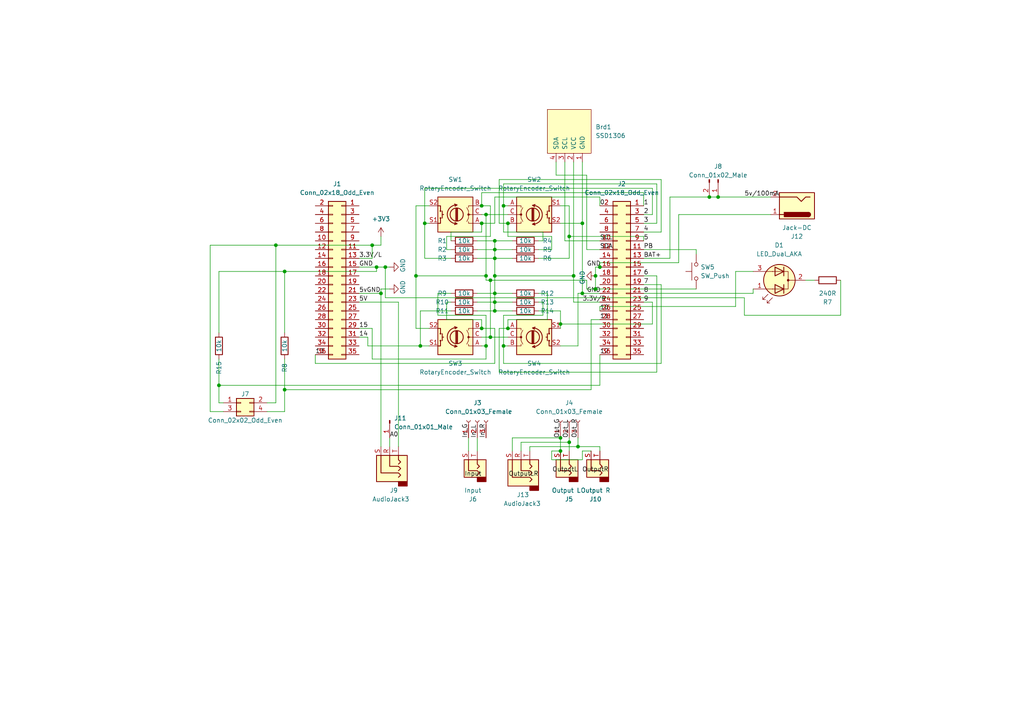
<source format=kicad_sch>
(kicad_sch (version 20211123) (generator eeschema)
  (paper "A4")
  (lib_symbols
    (symbol "Connector:AudioJack2"
      (property "Reference" "J" (at 0 8.89 0))
      (property "Value" "AudioJack2" (at 0 6.35 0))
      (symbol "AudioJack2_0_1"
        (rectangle (start -3.81 0) (end -2.54 -2.54) (stroke (width 0.254)) (fill (type outline)))
        (rectangle (start -2.54 3.81) (end 2.54 -2.54) (stroke (width 0.254)) (fill (type background)))
        (polyline (pts (xy 0 0) (xy 0.635 -0.635) (xy 1.27 0) (xy 2.54 0)) (stroke (width 0.254)))
        (polyline (pts (xy 2.54 2.54) (xy -0.635 2.54) (xy -0.635 0) (xy -1.27 -0.635) (xy -1.905 0)) (stroke (width 0.254)))
      )
      (symbol "AudioJack2_1_1"
        (pin passive line (at 5.08 2.54 180) (length 2.54) (name "~") (number "S"))
        (pin passive line (at 5.08 0 180) (length 2.54) (name "~") (number "T"))
      )
    )
    (symbol "Connector:AudioJack3"
      (property "Reference" "J" (at 0 8.89 0))
      (property "Value" "AudioJack3" (at 0 6.35 0))
      (symbol "AudioJack3_0_1"
        (rectangle (start -5.08 -5.08) (end -6.35 -2.54) (stroke (width 0.254)) (fill (type outline)))
        (polyline (pts (xy 0 -2.54) (xy 0.635 -3.175) (xy 1.27 -2.54) (xy 2.54 -2.54)) (stroke (width 0.254)))
        (polyline (pts (xy -1.905 -2.54) (xy -1.27 -3.175) (xy -0.635 -2.54) (xy -0.635 0) (xy 2.54 0)) (stroke (width 0.254)))
        (polyline (pts (xy 2.54 2.54) (xy -2.54 2.54) (xy -2.54 -2.54) (xy -3.175 -3.175) (xy -3.81 -2.54)) (stroke (width 0.254)))
        (rectangle (start 2.54 3.81) (end -5.08 -5.08) (stroke (width 0.254)) (fill (type background)))
      )
      (symbol "AudioJack3_1_1"
        (pin passive line (at 5.08 0 180) (length 2.54) (name "~") (number "R"))
        (pin passive line (at 5.08 2.54 180) (length 2.54) (name "~") (number "S"))
        (pin passive line (at 5.08 -2.54 180) (length 2.54) (name "~") (number "T"))
      )
    )
    (symbol "Connector:Conn_01x01_Male" (pin_names (offset 1.016) hide)
      (property "Reference" "J" (at 0 2.54 0))
      (property "Value" "Conn_01x01_Male" (at 0 -2.54 0))
      (symbol "Conn_01x01_Male_1_1"
        (polyline (pts (xy 1.27 0) (xy 0.8636 0)) (stroke (width 0.1524)))
        (rectangle (start 0.8636 0.127) (end 0 -0.127) (stroke (width 0.1524)) (fill (type outline)))
        (pin passive line (at 5.08 0 180) (length 3.81) (name "Pin_1") (number "1"))
      )
    )
    (symbol "Connector:Conn_01x02_Male" (pin_names (offset 1.016) hide)
      (property "Reference" "J" (at 0 2.54 0))
      (property "Value" "Conn_01x02_Male" (at 0 -5.08 0))
      (symbol "Conn_01x02_Male_1_1"
        (polyline (pts (xy 1.27 -2.54) (xy 0.8636 -2.54)) (stroke (width 0.1524)))
        (polyline (pts (xy 1.27 0) (xy 0.8636 0)) (stroke (width 0.1524)))
        (rectangle (start 0.8636 -2.413) (end 0 -2.667) (stroke (width 0.1524)) (fill (type outline)))
        (rectangle (start 0.8636 0.127) (end 0 -0.127) (stroke (width 0.1524)) (fill (type outline)))
        (pin passive line (at 5.08 0 180) (length 3.81) (name "Pin_1") (number "1"))
        (pin passive line (at 5.08 -2.54 180) (length 3.81) (name "Pin_2") (number "2"))
      )
    )
    (symbol "Connector:Conn_01x03_Female" (pin_names (offset 1.016) hide)
      (property "Reference" "J" (at 0 5.08 0))
      (property "Value" "Conn_01x03_Female" (at 0 -5.08 0))
      (symbol "Conn_01x03_Female_1_1"
        (arc (start 0 -2.032) (mid -0.508 -2.54) (end 0 -3.048) (stroke (width 0.1524)))
        (polyline (pts (xy -1.27 -2.54) (xy -0.508 -2.54)) (stroke (width 0.1524)))
        (polyline (pts (xy -1.27 0) (xy -0.508 0)) (stroke (width 0.1524)))
        (polyline (pts (xy -1.27 2.54) (xy -0.508 2.54)) (stroke (width 0.1524)))
        (arc (start 0 0.508) (mid -0.508 0) (end 0 -0.508) (stroke (width 0.1524)))
        (arc (start 0 3.048) (mid -0.508 2.54) (end 0 2.032) (stroke (width 0.1524)))
        (pin passive line (at -5.08 2.54 0) (length 3.81) (name "Pin_1") (number "1"))
        (pin passive line (at -5.08 0 0) (length 3.81) (name "Pin_2") (number "2"))
        (pin passive line (at -5.08 -2.54 0) (length 3.81) (name "Pin_3") (number "3"))
      )
    )
    (symbol "Connector:Jack-DC" (pin_names (offset 1.016))
      (property "Reference" "J" (at 0 5.334 0))
      (property "Value" "Jack-DC" (at 0 -5.08 0))
      (symbol "Jack-DC_0_1"
        (rectangle (start -5.08 3.81) (end 5.08 -3.81) (stroke (width 0.254)) (fill (type background)))
        (arc (start -3.302 3.175) (mid -3.937 2.54) (end -3.302 1.905) (stroke (width 0.254)))
        (arc (start -3.302 3.175) (mid -3.937 2.54) (end -3.302 1.905) (stroke (width 0.254)) (fill (type outline)))
        (polyline (pts (xy 5.08 2.54) (xy 3.81 2.54)) (stroke (width 0.254)))
        (polyline (pts (xy -3.81 -2.54) (xy -2.54 -2.54) (xy -1.27 -1.27) (xy 0 -2.54) (xy 2.54 -2.54) (xy 5.08 -2.54)) (stroke (width 0.254)))
        (rectangle (start 3.683 3.175) (end -3.302 1.905) (stroke (width 0.254)) (fill (type outline)))
      )
      (symbol "Jack-DC_1_1"
        (pin passive line (at 7.62 2.54 180) (length 2.54) (name "~") (number "1"))
        (pin passive line (at 7.62 -2.54 180) (length 2.54) (name "~") (number "2"))
      )
    )
    (symbol "Connector_Generic:Conn_02x02_Odd_Even" (pin_names (offset 1.016) hide)
      (property "Reference" "J" (at 1.27 2.54 0))
      (property "Value" "Conn_02x02_Odd_Even" (at 1.27 -5.08 0))
      (symbol "Conn_02x02_Odd_Even_1_1"
        (rectangle (start -1.27 -2.413) (end 0 -2.667) (stroke (width 0.1524)))
        (rectangle (start -1.27 0.127) (end 0 -0.127) (stroke (width 0.1524)))
        (rectangle (start -1.27 1.27) (end 3.81 -3.81) (stroke (width 0.254)) (fill (type background)))
        (rectangle (start 3.81 -2.413) (end 2.54 -2.667) (stroke (width 0.1524)))
        (rectangle (start 3.81 0.127) (end 2.54 -0.127) (stroke (width 0.1524)))
        (pin passive line (at -5.08 0 0) (length 3.81) (name "Pin_1") (number "1"))
        (pin passive line (at 7.62 0 180) (length 3.81) (name "Pin_2") (number "2"))
        (pin passive line (at -5.08 -2.54 0) (length 3.81) (name "Pin_3") (number "3"))
        (pin passive line (at 7.62 -2.54 180) (length 3.81) (name "Pin_4") (number "4"))
      )
    )
    (symbol "Connector_Generic:Conn_02x18_Odd_Even" (pin_names (offset 1.016) hide)
      (property "Reference" "J" (at 1.27 22.86 0))
      (property "Value" "Conn_02x18_Odd_Even" (at 1.27 -25.4 0))
      (symbol "Conn_02x18_Odd_Even_1_1"
        (rectangle (start -1.27 -22.733) (end 0 -22.987) (stroke (width 0.1524)))
        (rectangle (start -1.27 -20.193) (end 0 -20.447) (stroke (width 0.1524)))
        (rectangle (start -1.27 -17.653) (end 0 -17.907) (stroke (width 0.1524)))
        (rectangle (start -1.27 -15.113) (end 0 -15.367) (stroke (width 0.1524)))
        (rectangle (start -1.27 -12.573) (end 0 -12.827) (stroke (width 0.1524)))
        (rectangle (start -1.27 -10.033) (end 0 -10.287) (stroke (width 0.1524)))
        (rectangle (start -1.27 -7.493) (end 0 -7.747) (stroke (width 0.1524)))
        (rectangle (start -1.27 -4.953) (end 0 -5.207) (stroke (width 0.1524)))
        (rectangle (start -1.27 -2.413) (end 0 -2.667) (stroke (width 0.1524)))
        (rectangle (start -1.27 0.127) (end 0 -0.127) (stroke (width 0.1524)))
        (rectangle (start -1.27 2.667) (end 0 2.413) (stroke (width 0.1524)))
        (rectangle (start -1.27 5.207) (end 0 4.953) (stroke (width 0.1524)))
        (rectangle (start -1.27 7.747) (end 0 7.493) (stroke (width 0.1524)))
        (rectangle (start -1.27 10.287) (end 0 10.033) (stroke (width 0.1524)))
        (rectangle (start -1.27 12.827) (end 0 12.573) (stroke (width 0.1524)))
        (rectangle (start -1.27 15.367) (end 0 15.113) (stroke (width 0.1524)))
        (rectangle (start -1.27 17.907) (end 0 17.653) (stroke (width 0.1524)))
        (rectangle (start -1.27 20.447) (end 0 20.193) (stroke (width 0.1524)))
        (rectangle (start -1.27 21.59) (end 3.81 -24.13) (stroke (width 0.254)) (fill (type background)))
        (rectangle (start 3.81 -22.733) (end 2.54 -22.987) (stroke (width 0.1524)))
        (rectangle (start 3.81 -20.193) (end 2.54 -20.447) (stroke (width 0.1524)))
        (rectangle (start 3.81 -17.653) (end 2.54 -17.907) (stroke (width 0.1524)))
        (rectangle (start 3.81 -15.113) (end 2.54 -15.367) (stroke (width 0.1524)))
        (rectangle (start 3.81 -12.573) (end 2.54 -12.827) (stroke (width 0.1524)))
        (rectangle (start 3.81 -10.033) (end 2.54 -10.287) (stroke (width 0.1524)))
        (rectangle (start 3.81 -7.493) (end 2.54 -7.747) (stroke (width 0.1524)))
        (rectangle (start 3.81 -4.953) (end 2.54 -5.207) (stroke (width 0.1524)))
        (rectangle (start 3.81 -2.413) (end 2.54 -2.667) (stroke (width 0.1524)))
        (rectangle (start 3.81 0.127) (end 2.54 -0.127) (stroke (width 0.1524)))
        (rectangle (start 3.81 2.667) (end 2.54 2.413) (stroke (width 0.1524)))
        (rectangle (start 3.81 5.207) (end 2.54 4.953) (stroke (width 0.1524)))
        (rectangle (start 3.81 7.747) (end 2.54 7.493) (stroke (width 0.1524)))
        (rectangle (start 3.81 10.287) (end 2.54 10.033) (stroke (width 0.1524)))
        (rectangle (start 3.81 12.827) (end 2.54 12.573) (stroke (width 0.1524)))
        (rectangle (start 3.81 15.367) (end 2.54 15.113) (stroke (width 0.1524)))
        (rectangle (start 3.81 17.907) (end 2.54 17.653) (stroke (width 0.1524)))
        (rectangle (start 3.81 20.447) (end 2.54 20.193) (stroke (width 0.1524)))
        (pin passive line (at -5.08 20.32 0) (length 3.81) (name "Pin_1") (number "1"))
        (pin passive line (at 7.62 10.16 180) (length 3.81) (name "Pin_10") (number "10"))
        (pin passive line (at -5.08 7.62 0) (length 3.81) (name "Pin_11") (number "11"))
        (pin passive line (at 7.62 7.62 180) (length 3.81) (name "Pin_12") (number "12"))
        (pin passive line (at -5.08 5.08 0) (length 3.81) (name "Pin_13") (number "13"))
        (pin passive line (at 7.62 5.08 180) (length 3.81) (name "Pin_14") (number "14"))
        (pin passive line (at -5.08 2.54 0) (length 3.81) (name "Pin_15") (number "15"))
        (pin passive line (at 7.62 2.54 180) (length 3.81) (name "Pin_16") (number "16"))
        (pin passive line (at -5.08 0 0) (length 3.81) (name "Pin_17") (number "17"))
        (pin passive line (at 7.62 0 180) (length 3.81) (name "Pin_18") (number "18"))
        (pin passive line (at -5.08 -2.54 0) (length 3.81) (name "Pin_19") (number "19"))
        (pin passive line (at 7.62 20.32 180) (length 3.81) (name "Pin_2") (number "2"))
        (pin passive line (at 7.62 -2.54 180) (length 3.81) (name "Pin_20") (number "20"))
        (pin passive line (at -5.08 -5.08 0) (length 3.81) (name "Pin_21") (number "21"))
        (pin passive line (at 7.62 -5.08 180) (length 3.81) (name "Pin_22") (number "22"))
        (pin passive line (at -5.08 -7.62 0) (length 3.81) (name "Pin_23") (number "23"))
        (pin passive line (at 7.62 -7.62 180) (length 3.81) (name "Pin_24") (number "24"))
        (pin passive line (at -5.08 -10.16 0) (length 3.81) (name "Pin_25") (number "25"))
        (pin passive line (at 7.62 -10.16 180) (length 3.81) (name "Pin_26") (number "26"))
        (pin passive line (at -5.08 -12.7 0) (length 3.81) (name "Pin_27") (number "27"))
        (pin passive line (at 7.62 -12.7 180) (length 3.81) (name "Pin_28") (number "28"))
        (pin passive line (at -5.08 -15.24 0) (length 3.81) (name "Pin_29") (number "29"))
        (pin passive line (at -5.08 17.78 0) (length 3.81) (name "Pin_3") (number "3"))
        (pin passive line (at 7.62 -15.24 180) (length 3.81) (name "Pin_30") (number "30"))
        (pin passive line (at -5.08 -17.78 0) (length 3.81) (name "Pin_31") (number "31"))
        (pin passive line (at 7.62 -17.78 180) (length 3.81) (name "Pin_32") (number "32"))
        (pin passive line (at -5.08 -20.32 0) (length 3.81) (name "Pin_33") (number "33"))
        (pin passive line (at 7.62 -20.32 180) (length 3.81) (name "Pin_34") (number "34"))
        (pin passive line (at -5.08 -22.86 0) (length 3.81) (name "Pin_35") (number "35"))
        (pin passive line (at 7.62 -22.86 180) (length 3.81) (name "Pin_36") (number "36"))
        (pin passive line (at 7.62 17.78 180) (length 3.81) (name "Pin_4") (number "4"))
        (pin passive line (at -5.08 15.24 0) (length 3.81) (name "Pin_5") (number "5"))
        (pin passive line (at 7.62 15.24 180) (length 3.81) (name "Pin_6") (number "6"))
        (pin passive line (at -5.08 12.7 0) (length 3.81) (name "Pin_7") (number "7"))
        (pin passive line (at 7.62 12.7 180) (length 3.81) (name "Pin_8") (number "8"))
        (pin passive line (at -5.08 10.16 0) (length 3.81) (name "Pin_9") (number "9"))
      )
    )
    (symbol "Device:LED_Dual_AKA" (pin_names (offset 0) hide)
      (property "Reference" "D" (at 0 5.715 0))
      (property "Value" "LED_Dual_AKA" (at 0 -6.35 0))
      (symbol "LED_Dual_AKA_0_1"
        (circle (center -2.54 0) (radius 0.2794) (fill (type outline)))
        (polyline (pts (xy -4.572 0) (xy -2.54 0)))
        (polyline (pts (xy -1.27 -1.27) (xy -1.27 -3.81)) (stroke (width 0.254)))
        (polyline (pts (xy -1.27 1.27) (xy -1.27 3.81)) (stroke (width 0.254)))
        (polyline (pts (xy 3.81 -2.54) (xy 1.905 -2.54)))
        (polyline (pts (xy 3.81 2.54) (xy 1.905 2.54)))
        (polyline (pts (xy 1.27 -3.81) (xy 1.27 -1.27) (xy -1.27 -2.54) (xy 1.27 -3.81)) (stroke (width 0.254)))
        (polyline (pts (xy 1.27 1.27) (xy 1.27 3.81) (xy -1.27 2.54) (xy 1.27 1.27)) (stroke (width 0.254)))
        (polyline (pts (xy 2.032 2.54) (xy -2.54 2.54) (xy -2.54 -2.54) (xy 2.032 -2.54)))
        (polyline (pts (xy 2.032 5.08) (xy 3.556 6.604) (xy 2.794 6.604) (xy 3.556 6.604) (xy 3.556 5.842)))
        (polyline (pts (xy 3.302 4.064) (xy 4.826 5.588) (xy 4.064 5.588) (xy 4.826 5.588) (xy 4.826 4.826)))
        (circle (center 0 0) (radius 4.572) (stroke (width 0.254)) (fill (type background)))
      )
      (symbol "LED_Dual_AKA_1_1"
        (pin input line (at 7.62 2.54 180) (length 3.81) (name "A1") (number "1"))
        (pin input line (at -7.62 0 0) (length 3.048) (name "K") (number "2"))
        (pin input line (at 7.62 -2.54 180) (length 3.81) (name "A2") (number "3"))
      )
    )
    (symbol "Device:R" (pin_numbers hide) (pin_names (offset 0))
      (property "Reference" "R" (at 2.032 0 90))
      (property "Value" "R" (at 0 0 90))
      (symbol "R_0_1"
        (rectangle (start -1.016 -2.54) (end 1.016 2.54) (stroke (width 0.254)))
      )
      (symbol "R_1_1"
        (pin passive line (at 0 3.81 270) (length 1.27) (name "~") (number "1"))
        (pin passive line (at 0 -3.81 90) (length 1.27) (name "~") (number "2"))
      )
    )
    (symbol "Device:RotaryEncoder_Switch" (pin_names (offset 0.254) hide)
      (property "Reference" "SW" (at 0 6.604 0))
      (property "Value" "RotaryEncoder_Switch" (at 0 -6.604 0))
      (symbol "RotaryEncoder_Switch_0_1"
        (rectangle (start -5.08 5.08) (end 5.08 -5.08) (stroke (width 0.254)) (fill (type background)))
        (circle (center -3.81 0) (radius 0.254) (fill (type outline)))
        (arc (start -0.381 -2.794) (mid 2.3622 -0.0508) (end -0.381 2.667) (stroke (width 0.254)))
        (circle (center -0.381 0) (radius 1.905) (stroke (width 0.254)))
        (polyline (pts (xy -0.635 -1.778) (xy -0.635 1.778)) (stroke (width 0.254)))
        (polyline (pts (xy -0.381 -1.778) (xy -0.381 1.778)) (stroke (width 0.254)))
        (polyline (pts (xy -0.127 1.778) (xy -0.127 -1.778)) (stroke (width 0.254)))
        (polyline (pts (xy 3.81 0) (xy 3.429 0)) (stroke (width 0.254)))
        (polyline (pts (xy 3.81 1.016) (xy 3.81 -1.016)) (stroke (width 0.254)))
        (polyline (pts (xy -5.08 -2.54) (xy -3.81 -2.54) (xy -3.81 -2.032)))
        (polyline (pts (xy -5.08 2.54) (xy -3.81 2.54) (xy -3.81 2.032)))
        (polyline (pts (xy 0.254 -3.048) (xy -0.508 -2.794) (xy 0.127 -2.413)) (stroke (width 0.254)))
        (polyline (pts (xy 0.254 2.921) (xy -0.508 2.667) (xy 0.127 2.286)) (stroke (width 0.254)))
        (polyline (pts (xy 5.08 -2.54) (xy 4.318 -2.54) (xy 4.318 -1.016)) (stroke (width 0.254)))
        (polyline (pts (xy 5.08 2.54) (xy 4.318 2.54) (xy 4.318 1.016)) (stroke (width 0.254)))
        (polyline (pts (xy -5.08 0) (xy -3.81 0) (xy -3.81 -1.016) (xy -3.302 -2.032)))
        (polyline (pts (xy -4.318 0) (xy -3.81 0) (xy -3.81 1.016) (xy -3.302 2.032)))
        (circle (center 4.318 -1.016) (radius 0.127) (stroke (width 0.254)))
        (circle (center 4.318 1.016) (radius 0.127) (stroke (width 0.254)))
      )
      (symbol "RotaryEncoder_Switch_1_1"
        (pin passive line (at -7.62 2.54 0) (length 2.54) (name "A") (number "A"))
        (pin passive line (at -7.62 -2.54 0) (length 2.54) (name "B") (number "B"))
        (pin passive line (at -7.62 0 0) (length 2.54) (name "C") (number "C"))
        (pin passive line (at 7.62 2.54 180) (length 2.54) (name "S1") (number "S1"))
        (pin passive line (at 7.62 -2.54 180) (length 2.54) (name "S2") (number "S2"))
      )
    )
    (symbol "SSD1306-128x64_OLED:SSD1306" (pin_names (offset 1.016))
      (property "Reference" "Brd" (at 0 -3.81 0))
      (property "Value" "SSD1306" (at 0 -1.27 0))
      (symbol "SSD1306_0_1"
        (rectangle (start -6.35 6.35) (end 6.35 -6.35) (fill (type background)))
      )
      (symbol "SSD1306_1_1"
        (pin input line (at -3.81 8.89 270) (length 2.54) (name "GND") (number "1"))
        (pin input line (at -1.27 8.89 270) (length 2.54) (name "VCC") (number "2"))
        (pin input line (at 1.27 8.89 270) (length 2.54) (name "SCL") (number "3"))
        (pin input line (at 3.81 8.89 270) (length 2.54) (name "SDA") (number "4"))
      )
    )
    (symbol "Switch:SW_Push" (pin_numbers hide) (pin_names (offset 1.016) hide)
      (property "Reference" "SW" (at 1.27 2.54 0))
      (property "Value" "SW_Push" (at 0 -1.524 0))
      (symbol "SW_Push_0_1"
        (circle (center -2.032 0) (radius 0.508))
        (polyline (pts (xy 0 1.27) (xy 0 3.048)))
        (polyline (pts (xy 2.54 1.27) (xy -2.54 1.27)))
        (circle (center 2.032 0) (radius 0.508))
        (pin passive line (at -5.08 0 0) (length 2.54) (name "1") (number "1"))
        (pin passive line (at 5.08 0 180) (length 2.54) (name "2") (number "2"))
      )
    )
    (symbol "power:+3.3V" (power) (pin_names (offset 0))
      (property "Value" "+3.3V" (at 0 3.556 0))
      (symbol "+3.3V_0_1"
        (polyline (pts (xy -0.762 1.27) (xy 0 2.54)))
        (polyline (pts (xy 0 0) (xy 0 2.54)))
        (polyline (pts (xy 0 2.54) (xy 0.762 1.27)))
      )
      (symbol "+3.3V_1_1"
        (pin power_in line (at 0 0 90) (length 0) hide (name "+3V3") (number "1"))
      )
    )
    (symbol "power:GND" (power) (pin_names (offset 0))
      (property "Value" "GND" (at 0 -3.81 0))
      (symbol "GND_0_1"
        (polyline (pts (xy 0 0) (xy 0 -1.27) (xy 1.27 -1.27) (xy 0 -2.54) (xy -1.27 -1.27) (xy 0 -1.27)))
      )
      (symbol "GND_1_1"
        (pin power_in line (at 0 0 270) (length 0) hide (name "GND") (number "1"))
      )
    )
  )
  (junction (at 140.97 100.33))
  (junction (at 143.51 90.17))
  (junction (at 123.19 64.77))
  (junction (at 173.99 77.47))
  (junction (at 208.28 57.15))
  (junction (at 139.7 95.25))
  (junction (at 143.51 74.93))
  (junction (at 146.05 59.69))
  (junction (at 168.91 85.09))
  (junction (at 143.51 85.09))
  (junction (at 120.65 80.01))
  (junction (at 121.92 100.33))
  (junction (at 143.51 69.85))
  (junction (at 139.7 64.77))
  (junction (at 143.51 87.63))
  (junction (at 147.32 64.77))
  (junction (at 143.51 80.01))
  (junction (at 162.56 93.98))
  (junction (at 109.22 77.47))
  (junction (at 167.64 129.54))
  (junction (at 146.05 100.33))
  (junction (at 139.7 59.69))
  (junction (at 162.56 127))
  (junction (at 111.76 77.47))
  (junction (at 143.51 72.39))
  (junction (at 82.55 113.03))
  (junction (at 140.97 62.23))
  (junction (at 162.56 130.81))
  (junction (at 168.91 64.77))
  (junction (at 166.37 80.01))
  (junction (at 110.49 85.09))
  (junction (at 205.74 57.15))
  (junction (at 172.72 83.82))
  (junction (at 63.5 111.76))
  (junction (at 107.95 71.12))
  (junction (at 142.24 97.79))
  (junction (at 142.24 81.28))
  (junction (at 147.32 95.25))
  (junction (at 140.97 80.01))
  (junction (at 80.01 71.12))
  (junction (at 165.1 68.58))
  (junction (at 165.1 128.27))
  (junction (at 82.55 78.74))
  (junction (at 172.72 80.01))
  (wire (pts (xy 139.7 59.69) (xy 142.24 59.69)))
  (wire (pts (xy 60.96 71.12) (xy 60.96 119.38)))
  (wire (pts (xy 120.65 80.01) (xy 140.97 80.01)))
  (wire (pts (xy 158.75 85.09) (xy 156.21 85.09)))
  (wire (pts (xy 147.32 92.71) (xy 158.75 92.71)))
  (wire (pts (xy 173.99 111.76) (xy 173.99 102.87)))
  (wire (pts (xy 146.05 59.69) (xy 146.05 53.34)))
  (wire (pts (xy 139.7 97.79) (xy 142.24 97.79)))
  (wire (pts (xy 165.1 128.27) (xy 165.1 130.81)))
  (wire (pts (xy 139.7 59.69) (xy 139.7 55.88)))
  (wire (pts (xy 147.32 95.25) (xy 144.78 95.25)))
  (wire (pts (xy 215.9 91.44) (xy 243.84 91.44)))
  (wire (pts (xy 138.43 90.17) (xy 143.51 90.17)))
  (wire (pts (xy 139.7 95.25) (xy 139.7 92.71)))
  (wire (pts (xy 146.05 53.34) (xy 190.5 53.34)))
  (wire (pts (xy 107.95 74.93) (xy 104.14 74.93)))
  (wire (pts (xy 233.68 81.28) (xy 236.22 81.28)))
  (wire (pts (xy 173.99 88.9) (xy 213.36 88.9)))
  (wire (pts (xy 143.51 95.25) (xy 143.51 105.41)))
  (wire (pts (xy 146.05 91.44) (xy 146.05 100.33)))
  (wire (pts (xy 80.01 71.12) (xy 107.95 71.12)))
  (wire (pts (xy 135.89 127) (xy 135.89 130.81)))
  (wire (pts (xy 144.78 52.07) (xy 191.77 52.07)))
  (wire (pts (xy 151.13 128.27) (xy 165.1 128.27)))
  (wire (pts (xy 104.14 87.63) (xy 115.57 87.63)))
  (wire (pts (xy 140.97 100.33) (xy 140.97 104.14)))
  (wire (pts (xy 201.93 73.66) (xy 201.93 72.39)))
  (wire (pts (xy 158.75 92.71) (xy 158.75 85.09)))
  (wire (pts (xy 148.59 130.81) (xy 148.59 127)))
  (wire (pts (xy 143.51 85.09) (xy 143.51 87.63)))
  (wire (pts (xy 113.03 83.82) (xy 110.49 83.82)))
  (wire (pts (xy 109.22 78.74) (xy 109.22 77.47)))
  (wire (pts (xy 127 85.09) (xy 130.81 85.09)))
  (wire (pts (xy 143.51 90.17) (xy 148.59 90.17)))
  (wire (pts (xy 157.48 67.31) (xy 157.48 69.85)))
  (wire (pts (xy 143.51 74.93) (xy 148.59 74.93)))
  (wire (pts (xy 208.28 57.15) (xy 223.52 57.15)))
  (wire (pts (xy 173.99 76.2) (xy 173.99 77.47)))
  (wire (pts (xy 60.96 119.38) (xy 64.77 119.38)))
  (wire (pts (xy 162.56 95.25) (xy 162.56 93.98)))
  (wire (pts (xy 140.97 104.14) (xy 107.95 104.14)))
  (wire (pts (xy 139.7 64.77) (xy 143.51 64.77)))
  (wire (pts (xy 144.78 95.25) (xy 144.78 107.95)))
  (wire (pts (xy 106.68 97.79) (xy 104.14 97.79)))
  (wire (pts (xy 138.43 69.85) (xy 143.51 69.85)))
  (wire (pts (xy 168.91 64.77) (xy 168.91 85.09)))
  (wire (pts (xy 186.69 55.88) (xy 186.69 59.69)))
  (wire (pts (xy 194.31 57.15) (xy 205.74 57.15)))
  (wire (pts (xy 168.91 133.35) (xy 160.02 133.35)))
  (wire (pts (xy 129.54 92.71) (xy 129.54 87.63)))
  (wire (pts (xy 172.72 77.47) (xy 172.72 80.01)))
  (wire (pts (xy 123.19 64.77) (xy 124.46 64.77)))
  (wire (pts (xy 194.31 74.93) (xy 194.31 57.15)))
  (wire (pts (xy 146.05 100.33) (xy 146.05 105.41)))
  (wire (pts (xy 189.23 93.98) (xy 189.23 87.63)))
  (wire (pts (xy 143.51 72.39) (xy 143.51 74.93)))
  (wire (pts (xy 167.64 100.33) (xy 167.64 85.09)))
  (wire (pts (xy 168.91 46.99) (xy 168.91 64.77)))
  (wire (pts (xy 139.7 92.71) (xy 129.54 92.71)))
  (wire (pts (xy 160.02 68.58) (xy 160.02 72.39)))
  (wire (pts (xy 163.83 46.99) (xy 163.83 69.85)))
  (wire (pts (xy 162.56 59.69) (xy 165.1 59.69)))
  (wire (pts (xy 142.24 68.58) (xy 129.54 68.58)))
  (wire (pts (xy 138.43 74.93) (xy 143.51 74.93)))
  (wire (pts (xy 123.19 54.61) (xy 189.23 54.61)))
  (wire (pts (xy 173.99 129.54) (xy 167.64 129.54)))
  (wire (pts (xy 190.5 53.34) (xy 190.5 64.77)))
  (wire (pts (xy 110.49 85.09) (xy 104.14 85.09)))
  (wire (pts (xy 63.5 104.14) (xy 63.5 111.76)))
  (wire (pts (xy 121.92 90.17) (xy 130.81 90.17)))
  (wire (pts (xy 111.76 77.47) (xy 109.22 77.47)))
  (wire (pts (xy 151.13 130.81) (xy 151.13 128.27)))
  (wire (pts (xy 215.9 91.44) (xy 215.9 86.36)))
  (wire (pts (xy 161.29 46.99) (xy 161.29 50.8)))
  (wire (pts (xy 110.49 129.54) (xy 110.49 85.09)))
  (wire (pts (xy 124.46 100.33) (xy 121.92 100.33)))
  (wire (pts (xy 142.24 81.28) (xy 170.18 81.28)))
  (wire (pts (xy 165.1 68.58) (xy 186.69 68.58)))
  (wire (pts (xy 110.49 68.58) (xy 110.49 71.12)))
  (wire (pts (xy 162.56 93.98) (xy 189.23 93.98)))
  (wire (pts (xy 91.44 105.41) (xy 91.44 102.87)))
  (wire (pts (xy 110.49 83.82) (xy 110.49 85.09)))
  (wire (pts (xy 143.51 64.77) (xy 143.51 57.15)))
  (wire (pts (xy 129.54 72.39) (xy 130.81 72.39)))
  (wire (pts (xy 80.01 71.12) (xy 80.01 116.84)))
  (wire (pts (xy 139.7 64.77) (xy 139.7 67.31)))
  (wire (pts (xy 82.55 78.74) (xy 82.55 96.52)))
  (wire (pts (xy 120.65 59.69) (xy 120.65 80.01)))
  (wire (pts (xy 173.99 88.9) (xy 173.99 90.17)))
  (wire (pts (xy 143.51 74.93) (xy 143.51 80.01)))
  (wire (pts (xy 139.7 100.33) (xy 140.97 100.33)))
  (wire (pts (xy 146.05 100.33) (xy 147.32 100.33)))
  (wire (pts (xy 143.51 87.63) (xy 143.51 90.17)))
  (wire (pts (xy 162.56 130.81) (xy 162.56 132.08)))
  (wire (pts (xy 82.55 104.14) (xy 82.55 113.03)))
  (wire (pts (xy 173.99 130.81) (xy 173.99 129.54)))
  (wire (pts (xy 160.02 130.81) (xy 162.56 130.81)))
  (wire (pts (xy 191.77 67.31) (xy 186.69 67.31)))
  (wire (pts (xy 80.01 116.84) (xy 77.47 116.84)))
  (wire (pts (xy 140.97 100.33) (xy 140.97 91.44)))
  (wire (pts (xy 196.85 76.2) (xy 173.99 76.2)))
  (wire (pts (xy 140.97 62.23) (xy 140.97 80.01)))
  (wire (pts (xy 166.37 46.99) (xy 166.37 80.01)))
  (wire (pts (xy 189.23 54.61) (xy 189.23 62.23)))
  (wire (pts (xy 186.69 85.09) (xy 218.44 85.09)))
  (wire (pts (xy 63.5 96.52) (xy 63.5 78.74)))
  (wire (pts (xy 123.19 64.77) (xy 123.19 74.93)))
  (wire (pts (xy 144.78 64.77) (xy 144.78 52.07)))
  (wire (pts (xy 170.18 50.8) (xy 170.18 72.39)))
  (wire (pts (xy 171.45 92.71) (xy 173.99 92.71)))
  (wire (pts (xy 148.59 127) (xy 162.56 127)))
  (wire (pts (xy 165.1 59.69) (xy 165.1 68.58)))
  (wire (pts (xy 213.36 88.9) (xy 213.36 78.74)))
  (wire (pts (xy 120.65 95.25) (xy 124.46 95.25)))
  (wire (pts (xy 142.24 81.28) (xy 142.24 97.79)))
  (wire (pts (xy 138.43 127) (xy 138.43 130.81)))
  (wire (pts (xy 153.67 129.54) (xy 167.64 129.54)))
  (wire (pts (xy 173.99 57.15) (xy 173.99 59.69)))
  (wire (pts (xy 147.32 64.77) (xy 144.78 64.77)))
  (wire (pts (xy 162.56 90.17) (xy 156.21 90.17)))
  (wire (pts (xy 82.55 113.03) (xy 171.45 113.03)))
  (wire (pts (xy 139.7 55.88) (xy 186.69 55.88)))
  (wire (pts (xy 143.51 57.15) (xy 173.99 57.15)))
  (wire (pts (xy 173.99 77.47) (xy 172.72 77.47)))
  (wire (pts (xy 189.23 62.23) (xy 186.69 62.23)))
  (wire (pts (xy 194.31 74.93) (xy 186.69 74.93)))
  (wire (pts (xy 162.56 100.33) (xy 167.64 100.33)))
  (wire (pts (xy 111.76 86.36) (xy 111.76 77.47)))
  (wire (pts (xy 60.96 71.12) (xy 80.01 71.12)))
  (wire (pts (xy 146.05 67.31) (xy 157.48 67.31)))
  (wire (pts (xy 165.1 127) (xy 165.1 128.27)))
  (wire (pts (xy 140.97 62.23) (xy 147.32 62.23)))
  (wire (pts (xy 63.5 116.84) (xy 64.77 116.84)))
  (wire (pts (xy 163.83 69.85) (xy 173.99 69.85)))
  (wire (pts (xy 172.72 80.01) (xy 172.72 83.82)))
  (wire (pts (xy 129.54 87.63) (xy 130.81 87.63)))
  (wire (pts (xy 107.95 71.12) (xy 107.95 74.93)))
  (wire (pts (xy 129.54 68.58) (xy 129.54 72.39)))
  (wire (pts (xy 139.7 67.31) (xy 130.81 67.31)))
  (wire (pts (xy 115.57 87.63) (xy 115.57 129.54)))
  (wire (pts (xy 143.51 72.39) (xy 148.59 72.39)))
  (wire (pts (xy 201.93 72.39) (xy 186.69 72.39)))
  (wire (pts (xy 142.24 59.69) (xy 142.24 68.58)))
  (wire (pts (xy 196.85 62.23) (xy 196.85 76.2)))
  (wire (pts (xy 82.55 119.38) (xy 77.47 119.38)))
  (wire (pts (xy 218.44 85.09) (xy 218.44 83.82)))
  (wire (pts (xy 186.69 80.01) (xy 190.5 80.01)))
  (wire (pts (xy 140.97 81.28) (xy 142.24 81.28)))
  (wire (pts (xy 138.43 87.63) (xy 143.51 87.63)))
  (wire (pts (xy 162.56 127) (xy 162.56 130.81)))
  (wire (pts (xy 82.55 78.74) (xy 109.22 78.74)))
  (wire (pts (xy 143.51 87.63) (xy 148.59 87.63)))
  (wire (pts (xy 123.19 74.93) (xy 130.81 74.93)))
  (wire (pts (xy 113.03 127) (xy 113.03 129.54)))
  (wire (pts (xy 127 85.09) (xy 127 91.44)))
  (wire (pts (xy 196.85 62.23) (xy 223.52 62.23)))
  (wire (pts (xy 170.18 72.39) (xy 173.99 72.39)))
  (wire (pts (xy 191.77 52.07) (xy 191.77 67.31)))
  (wire (pts (xy 166.37 87.63) (xy 173.99 87.63)))
  (wire (pts (xy 143.51 80.01) (xy 166.37 80.01)))
  (wire (pts (xy 157.48 87.63) (xy 157.48 91.44)))
  (wire (pts (xy 191.77 82.55) (xy 186.69 82.55)))
  (wire (pts (xy 106.68 100.33) (xy 106.68 97.79)))
  (wire (pts (xy 165.1 74.93) (xy 156.21 74.93)))
  (wire (pts (xy 130.81 67.31) (xy 130.81 69.85)))
  (wire (pts (xy 138.43 85.09) (xy 143.51 85.09)))
  (wire (pts (xy 167.64 129.54) (xy 167.64 127)))
  (wire (pts (xy 165.1 68.58) (xy 165.1 74.93)))
  (wire (pts (xy 168.91 130.81) (xy 168.91 133.35)))
  (wire (pts (xy 107.95 95.25) (xy 104.14 95.25)))
  (wire (pts (xy 110.49 71.12) (xy 107.95 71.12)))
  (wire (pts (xy 107.95 104.14) (xy 107.95 95.25)))
  (wire (pts (xy 147.32 59.69) (xy 146.05 59.69)))
  (wire (pts (xy 91.44 105.41) (xy 143.51 105.41)))
  (wire (pts (xy 124.46 59.69) (xy 120.65 59.69)))
  (wire (pts (xy 146.05 105.41) (xy 191.77 105.41)))
  (wire (pts (xy 140.97 91.44) (xy 127 91.44)))
  (wire (pts (xy 170.18 81.28) (xy 170.18 83.82)))
  (wire (pts (xy 121.92 100.33) (xy 121.92 90.17)))
  (wire (pts (xy 190.5 80.01) (xy 190.5 107.95)))
  (wire (pts (xy 189.23 87.63) (xy 186.69 87.63)))
  (wire (pts (xy 205.74 57.15) (xy 208.28 57.15)))
  (wire (pts (xy 63.5 111.76) (xy 173.99 111.76)))
  (wire (pts (xy 213.36 78.74) (xy 218.44 78.74)))
  (wire (pts (xy 191.77 82.55) (xy 191.77 105.41)))
  (wire (pts (xy 138.43 72.39) (xy 143.51 72.39)))
  (wire (pts (xy 157.48 69.85) (xy 156.21 69.85)))
  (wire (pts (xy 153.67 130.81) (xy 153.67 129.54)))
  (wire (pts (xy 167.64 85.09) (xy 168.91 85.09)))
  (wire (pts (xy 147.32 68.58) (xy 160.02 68.58)))
  (wire (pts (xy 171.45 130.81) (xy 168.91 130.81)))
  (wire (pts (xy 243.84 91.44) (xy 243.84 81.28)))
  (wire (pts (xy 171.45 92.71) (xy 171.45 113.03)))
  (wire (pts (xy 140.97 80.01) (xy 140.97 81.28)))
  (wire (pts (xy 111.76 86.36) (xy 215.9 86.36)))
  (wire (pts (xy 186.69 68.58) (xy 186.69 69.85)))
  (wire (pts (xy 143.51 69.85) (xy 148.59 69.85)))
  (wire (pts (xy 147.32 95.25) (xy 147.32 92.71)))
  (wire (pts (xy 190.5 64.77) (xy 186.69 64.77)))
  (wire (pts (xy 144.78 107.95) (xy 190.5 107.95)))
  (wire (pts (xy 143.51 69.85) (xy 143.51 72.39)))
  (wire (pts (xy 146.05 91.44) (xy 157.48 91.44)))
  (wire (pts (xy 160.02 133.35) (xy 160.02 130.81)))
  (wire (pts (xy 170.18 83.82) (xy 172.72 83.82)))
  (wire (pts (xy 139.7 62.23) (xy 140.97 62.23)))
  (wire (pts (xy 82.55 113.03) (xy 82.55 119.38)))
  (wire (pts (xy 161.29 50.8) (xy 170.18 50.8)))
  (wire (pts (xy 120.65 80.01) (xy 120.65 95.25)))
  (wire (pts (xy 111.76 77.47) (xy 113.03 77.47)))
  (wire (pts (xy 162.56 64.77) (xy 168.91 64.77)))
  (wire (pts (xy 143.51 80.01) (xy 143.51 85.09)))
  (wire (pts (xy 63.5 78.74) (xy 82.55 78.74)))
  (wire (pts (xy 147.32 64.77) (xy 147.32 68.58)))
  (wire (pts (xy 168.91 85.09) (xy 173.99 85.09)))
  (wire (pts (xy 146.05 59.69) (xy 146.05 67.31)))
  (wire (pts (xy 157.48 87.63) (xy 156.21 87.63)))
  (wire (pts (xy 166.37 80.01) (xy 166.37 87.63)))
  (wire (pts (xy 162.56 93.98) (xy 162.56 90.17)))
  (wire (pts (xy 160.02 72.39) (xy 156.21 72.39)))
  (wire (pts (xy 172.72 83.82) (xy 201.93 83.82)))
  (wire (pts (xy 143.51 85.09) (xy 148.59 85.09)))
  (wire (pts (xy 123.19 64.77) (xy 123.19 54.61)))
  (wire (pts (xy 142.24 97.79) (xy 147.32 97.79)))
  (wire (pts (xy 139.7 95.25) (xy 143.51 95.25)))
  (wire (pts (xy 121.92 100.33) (xy 106.68 100.33)))
  (wire (pts (xy 109.22 77.47) (xy 104.14 77.47)))
  (wire (pts (xy 63.5 111.76) (xy 63.5 116.84)))
  (label "Out_R" (at 167.64 127 90))
  (label "12" (at 173.99 102.87 0))
  (label "5vGND" (at 104.14 85.09 0))
  (label "8" (at 186.69 85.09 0))
  (label "OutputLR" (at 156.21 138.43 180))
  (label "Out_L" (at 165.1 127 90))
  (label "GND" (at 104.14 77.47 0))
  (label "BAT+" (at 186.69 74.93 0))
  (label "3" (at 186.69 64.77 0))
  (label "OutputR" (at 176.53 137.16 180))
  (label "1" (at 186.69 59.69 0))
  (label "In_G" (at 135.89 127 90))
  (label "SDA" (at 173.99 72.39 0))
  (label "3.3V{slash}L" (at 104.14 74.93 0))
  (label "A0" (at 113.03 127 0))
  (label "0" (at 173.99 59.69 0))
  (label "Input" (at 139.7 138.43 180))
  (label "11" (at 173.99 92.71 0))
  (label "GND" (at 170.18 77.47 0))
  (label "10" (at 173.99 90.17 0))
  (label "13" (at 91.44 102.87 0))
  (label "2" (at 186.69 62.23 0))
  (label "SCL" (at 173.99 69.85 0))
  (label "In_R" (at 140.97 127 90))
  (label "15" (at 104.14 95.25 0))
  (label "OutputL" (at 167.64 137.16 180))
  (label "14" (at 104.14 97.79 0))
  (label "5" (at 186.69 69.85 0))
  (label "5v{slash}100mA" (at 215.9 57.15 0))
  (label "Out_G" (at 162.56 127 90))
  (label "5V" (at 104.14 87.63 0))
  (label "7" (at 186.69 82.55 0))
  (label "PB" (at 186.69 72.39 0))
  (label "3.3V{slash}R" (at 168.91 87.63 0))
  (label "4" (at 186.69 67.31 0))
  (label "9" (at 186.69 87.63 0))
  (label "GND" (at 170.18 85.09 0))
  (label "6" (at 186.69 80.01 0))
  (label "In_L" (at 138.43 127 90))
  (symbol (lib_id "Connector_Generic:Conn_02x18_Odd_Even") (at 99.06 80.01 0) (mirror y) (unit 1)
    (property "Reference" "J1" (at 97.79 53.34 0))
    (property "Value" "Conn_02x18_Odd_Even" (at 97.79 55.88 0))
    (property "Footprint" "Connector_PinHeader_2.54mm:PinHeader_2x18_P2.54mm_Vertical" (effects hide))
  )
  (symbol (lib_id "Device:R") (at 134.62 87.63 90) (unit 1)
    (property "Reference" "R10" (at 128.27 87.63 90))
    (property "Value" "10k" (at 134.62 87.63 90))
    (property "Footprint" "Resistor_SMD:R_0603_1608Metric" (effects hide))
  )
  (symbol (lib_id "Connector_Generic:Conn_02x18_Odd_Even") (at 181.61 80.01 0) (mirror y) (unit 1)
    (property "Reference" "J2" (at 180.34 53.34 0))
    (property "Value" "Conn_02x18_Odd_Even" (at 180.34 55.88 0))
    (property "Footprint" "Connector_PinHeader_2.54mm:PinHeader_2x18_P2.54mm_Vertical" (effects hide))
  )
  (symbol (lib_id "Connector:Conn_01x03_Female") (at 165.1 121.92 90) (unit 1)
    (property "Reference" "J4" (at 165.1 116.84 90))
    (property "Value" "Conn_01x03_Female" (at 165.1 119.38 90))
    (property "Footprint" "Connector_PinSocket_2.54mm:PinSocket_1x03_P2.54mm_Vertical" (effects hide))
  )
  (symbol (lib_id "Device:RotaryEncoder_Switch") (at 132.08 62.23 180) (unit 1)
    (property "Reference" "SW1" (at 132.08 52.07 0))
    (property "Value" "RotaryEncoder_Switch" (at 132.08 54.61 0))
    (property "Footprint" "Rotary_Encoder:RotaryEncoder_Alps_EC11E-Switch_Vertical_H20mm" (effects hide))
  )
  (symbol (lib_id "Connector_Generic:Conn_02x02_Odd_Even") (at 69.85 116.84 0) (unit 1)
    (property "Reference" "J7" (at 71.12 114.3 0))
    (property "Value" "Conn_02x02_Odd_Even" (at 71.12 121.92 0))
    (property "Footprint" "Connector_PinHeader_2.54mm:PinHeader_2x02_P2.54mm_Vertical" (effects hide))
  )
  (symbol (lib_id "Switch:SW_Push") (at 201.93 78.74 90) (unit 1)
    (property "Reference" "SW5" (at 203.2 77.4699 90) (effects (justify right)))
    (property "Value" "SW_Push" (at 203.2 80.0099 90) (effects (justify right)))
    (property "Footprint" "Button_Switch_THT:SW_Tactile_SPST_Angled_PTS645Vx58-2LFS" (effects hide))
  )
  (symbol (lib_id "Connector:Jack-DC") (at 231.14 59.69 180) (unit 1)
    (property "Reference" "J12" (at 231.14 68.58 0))
    (property "Value" "Jack-DC" (at 231.14 66.04 0))
    (property "Footprint" "Connector_BarrelJack:BarrelJack_Horizontal" (effects hide))
  )
  (symbol (lib_id "power:+3.3V") (at 110.49 68.58 0) (unit 1)
    (property "Reference" "#PWR0104" (effects hide))
    (property "Value" "+3.3V" (at 110.49 63.5 0))
  )
  (symbol (lib_id "Device:R") (at 152.4 90.17 270) (unit 1)
    (property "Reference" "R14" (at 158.75 90.17 90))
    (property "Value" "10k" (at 152.4 90.17 90))
    (property "Footprint" "Resistor_SMD:R_0603_1608Metric" (effects hide))
  )
  (symbol (lib_id "Connector:AudioJack2") (at 173.99 135.89 90) (unit 1)
    (property "Reference" "J10" (at 172.72 144.78 90))
    (property "Value" "Output R" (at 172.72 142.24 90))
    (property "Footprint" "Connector_Audio:Jack_6.35mm_Neutrik_NRJ4HF_Horizontal" (effects hide))
  )
  (symbol (lib_id "Device:R") (at 240.03 81.28 270) (unit 1)
    (property "Reference" "R7" (at 240.03 87.63 90))
    (property "Value" "240R" (at 240.03 85.09 90))
    (property "Footprint" "Resistor_SMD:R_0603_1608Metric" (effects hide))
  )
  (symbol (lib_id "Device:R") (at 134.62 69.85 90) (unit 1)
    (property "Reference" "R1" (at 128.27 69.85 90))
    (property "Value" "10k" (at 134.62 69.85 90))
    (property "Footprint" "Resistor_SMD:R_0603_1608Metric" (effects hide))
  )
  (symbol (lib_id "Device:R") (at 63.5 100.33 180) (unit 1)
    (property "Reference" "R15" (at 63.5 106.68 90))
    (property "Value" "10k" (at 63.5 100.33 90))
    (property "Footprint" "Resistor_SMD:R_0603_1608Metric" (effects hide))
  )
  (symbol (lib_id "power:GND") (at 113.03 83.82 90) (unit 1)
    (property "Reference" "#PWR0103" (effects hide))
    (property "Value" "GND" (at 116.84 81.28 0) (effects (justify right)))
  )
  (symbol (lib_id "Device:R") (at 152.4 69.85 270) (unit 1)
    (property "Reference" "R4" (at 158.75 69.85 90))
    (property "Value" "10k" (at 152.4 69.85 90))
    (property "Footprint" "Resistor_SMD:R_0603_1608Metric" (effects hide))
  )
  (symbol (lib_id "Device:R") (at 152.4 72.39 270) (unit 1)
    (property "Reference" "R5" (at 158.75 72.39 90))
    (property "Value" "10k" (at 152.4 72.39 90))
    (property "Footprint" "Resistor_SMD:R_0603_1608Metric" (effects hide))
  )
  (symbol (lib_id "Device:R") (at 134.62 90.17 90) (unit 1)
    (property "Reference" "R11" (at 128.27 90.17 90))
    (property "Value" "10k" (at 134.62 90.17 90))
    (property "Footprint" "Resistor_SMD:R_0603_1608Metric" (effects hide))
  )
  (symbol (lib_id "Device:RotaryEncoder_Switch") (at 154.94 97.79 0) (unit 1)
    (property "Reference" "SW4" (at 154.94 105.41 0))
    (property "Value" "RotaryEncoder_Switch" (at 154.94 107.95 0))
    (property "Footprint" "Rotary_Encoder:RotaryEncoder_Alps_EC11E-Switch_Vertical_H20mm" (effects hide))
  )
  (symbol (lib_id "Connector:AudioJack2") (at 165.1 135.89 90) (unit 1)
    (property "Reference" "J5" (at 163.83 144.78 90) (effects (justify right)))
    (property "Value" "Output L" (at 160.02 142.24 90) (effects (justify right)))
    (property "Footprint" "Connector_Audio:Jack_6.35mm_Neutrik_NRJ4HF_Horizontal" (effects hide))
  )
  (symbol (lib_id "Device:R") (at 134.62 72.39 90) (unit 1)
    (property "Reference" "R2" (at 128.27 72.39 90))
    (property "Value" "10k" (at 134.62 72.39 90))
    (property "Footprint" "Resistor_SMD:R_0603_1608Metric" (effects hide))
  )
  (symbol (lib_id "Connector:Conn_01x02_Male") (at 208.28 52.07 270) (unit 1)
    (property "Reference" "J8" (at 208.28 48.26 90))
    (property "Value" "Conn_01x02_Male" (at 208.28 50.8 90))
    (property "Footprint" "Connector_PinHeader_2.54mm:PinHeader_1x02_P2.54mm_Vertical" (effects hide))
  )
  (symbol (lib_id "Device:R") (at 152.4 85.09 270) (unit 1)
    (property "Reference" "R12" (at 158.75 85.09 90))
    (property "Value" "10k" (at 152.4 85.09 90))
    (property "Footprint" "Resistor_SMD:R_0603_1608Metric" (effects hide))
  )
  (symbol (lib_id "power:GND") (at 113.03 77.47 90) (unit 1)
    (property "Reference" "#PWR0102" (effects hide))
    (property "Value" "GND" (at 116.84 74.93 0) (effects (justify right)))
  )
  (symbol (lib_id "Device:R") (at 82.55 100.33 180) (unit 1)
    (property "Reference" "R8" (at 82.55 106.68 90))
    (property "Value" "10k" (at 82.55 100.33 90))
    (property "Footprint" "Resistor_SMD:R_0603_1608Metric" (effects hide))
  )
  (symbol (lib_id "Connector:AudioJack3") (at 113.03 134.62 90) (unit 1)
    (property "Reference" "J9" (at 113.03 142.24 90) (effects (justify right)))
    (property "Value" "AudioJack3" (at 107.95 144.78 90) (effects (justify right)))
    (property "Footprint" "Connector_Audio:Jack_6.35mm_Neutrik_NRJ6HF_Horizontal" (effects hide))
  )
  (symbol (lib_id "Connector:AudioJack2") (at 138.43 135.89 90) (unit 1)
    (property "Reference" "J6" (at 137.16 144.78 90))
    (property "Value" "Input" (at 137.16 142.24 90))
    (property "Footprint" "Connector_Audio:Jack_6.35mm_Neutrik_NRJ4HF_Horizontal" (effects hide))
  )
  (symbol (lib_id "Device:R") (at 152.4 74.93 270) (unit 1)
    (property "Reference" "R6" (at 158.75 74.93 90))
    (property "Value" "10k" (at 152.4 74.93 90))
    (property "Footprint" "Resistor_SMD:R_0603_1608Metric" (effects hide))
  )
  (symbol (lib_id "SSD1306-128x64_OLED:SSD1306") (at 165.1 38.1 180) (unit 1)
    (property "Reference" "Brd1" (at 172.72 36.8299 0) (effects (justify right)))
    (property "Value" "SSD1306" (at 172.72 39.3699 0) (effects (justify right)))
    (property "Footprint" "Connector_PinSocket_2.54mm:PinSocket_1x04_P2.54mm_Vertical" (effects hide))
  )
  (symbol (lib_id "Connector:AudioJack3") (at 151.13 135.89 90) (unit 1)
    (property "Reference" "J13" (at 149.86 143.51 90) (effects (justify right)))
    (property "Value" "AudioJack3" (at 146.05 146.05 90) (effects (justify right)))
    (property "Footprint" "Connector_Audio:Jack_3.5mm_CUI_SJ1-3535NG_Horizontal" (effects hide))
  )
  (symbol (lib_id "Connector:Conn_01x01_Male") (at 113.03 121.92 270) (unit 1)
    (property "Reference" "J11" (at 114.3 121.2849 90) (effects (justify left)))
    (property "Value" "Conn_01x01_Male" (at 114.3 123.8249 90) (effects (justify left)))
    (property "Footprint" "Connector_PinHeader_2.54mm:PinHeader_1x01_P2.54mm_Vertical" (effects hide))
  )
  (symbol (lib_id "Connector:Conn_01x03_Female") (at 138.43 121.92 90) (unit 1)
    (property "Reference" "J3" (at 139.7 116.84 90) (effects (justify left)))
    (property "Value" "Conn_01x03_Female" (at 148.59 119.38 90) (effects (justify left)))
    (property "Footprint" "Connector_PinSocket_2.54mm:PinSocket_1x03_P2.54mm_Vertical" (effects hide))
  )
  (symbol (lib_id "Device:RotaryEncoder_Switch") (at 154.94 62.23 0) (unit 1)
    (property "Reference" "SW2" (at 154.94 52.07 0))
    (property "Value" "RotaryEncoder_Switch" (at 154.94 54.61 0))
    (property "Footprint" "Rotary_Encoder:RotaryEncoder_Alps_EC11E-Switch_Vertical_H20mm" (effects hide))
  )
  (symbol (lib_id "Device:R") (at 134.62 85.09 90) (unit 1)
    (property "Reference" "R9" (at 128.27 85.09 90))
    (property "Value" "10k" (at 134.62 85.09 90))
    (property "Footprint" "Resistor_SMD:R_0603_1608Metric" (effects hide))
  )
  (symbol (lib_id "Device:R") (at 134.62 74.93 90) (unit 1)
    (property "Reference" "R3" (at 128.27 74.93 90))
    (property "Value" "10k" (at 134.62 74.93 90))
    (property "Footprint" "Resistor_SMD:R_0603_1608Metric" (effects hide))
  )
  (symbol (lib_id "Device:LED_Dual_AKA") (at 226.06 81.28 180) (unit 1)
    (property "Reference" "D1" (at 225.9965 71.12 0))
    (property "Value" "LED_Dual_AKA" (at 225.9965 73.66 0))
    (property "Footprint" "LED_THT:LED_D3.0mm-3" (effects hide))
  )
  (symbol (lib_id "Device:R") (at 152.4 87.63 270) (unit 1)
    (property "Reference" "R13" (at 158.75 87.63 90))
    (property "Value" "10k" (at 152.4 87.63 90))
    (property "Footprint" "Resistor_SMD:R_0603_1608Metric" (effects hide))
  )
  (symbol (lib_id "Device:RotaryEncoder_Switch") (at 132.08 97.79 180) (unit 1)
    (property "Reference" "SW3" (at 132.08 105.41 0))
    (property "Value" "RotaryEncoder_Switch" (at 132.08 107.95 0))
    (property "Footprint" "Rotary_Encoder:RotaryEncoder_Alps_EC11E-Switch_Vertical_H20mm" (effects hide))
  )
  (symbol (lib_id "power:GND") (at 172.72 80.01 270) (unit 1)
    (property "Reference" "#PWR0101" (effects hide))
    (property "Value" "GND" (at 168.91 82.55 0) (effects (justify right)))
  )
)
</source>
